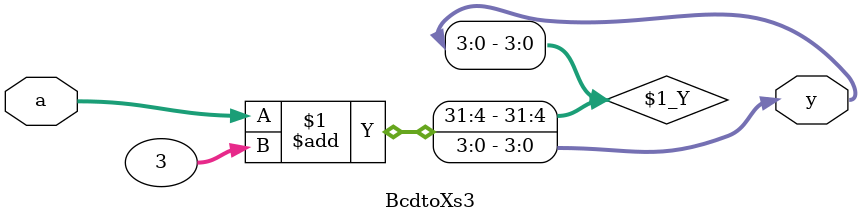
<source format=v>
module BcdtoXs3(
    input [3:0]a,
    output [3:0]y
);
assign y = a + 3;
endmodule
</source>
